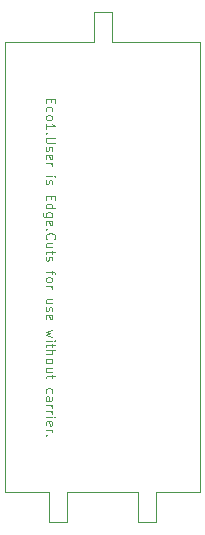
<source format=gbr>
G04 #@! TF.GenerationSoftware,KiCad,Pcbnew,5.1.9-73d0e3b20d~88~ubuntu20.10.1*
G04 #@! TF.CreationDate,2021-03-16T14:13:42-04:00*
G04 #@! TF.ProjectId,Molex78805_PCB,4d6f6c65-7837-4383-9830-355f5043422e,002*
G04 #@! TF.SameCoordinates,Original*
G04 #@! TF.FileFunction,Other,ECO1*
%FSLAX46Y46*%
G04 Gerber Fmt 4.6, Leading zero omitted, Abs format (unit mm)*
G04 Created by KiCad (PCBNEW 5.1.9-73d0e3b20d~88~ubuntu20.10.1) date 2021-03-16 14:13:42*
%MOMM*%
%LPD*%
G01*
G04 APERTURE LIST*
%ADD10C,0.010000*%
%ADD11C,0.050000*%
G04 APERTURE END LIST*
D10*
X146456400Y-80137000D02*
X146456400Y-77597000D01*
X146456400Y-77597000D02*
X147980400Y-77597000D01*
X147980400Y-77597000D02*
X147980400Y-80137000D01*
X142659100Y-118237000D02*
X142659100Y-120777000D01*
X142659100Y-120777000D02*
X144183100Y-120777000D01*
X144183100Y-120777000D02*
X144183100Y-118237000D01*
X151777700Y-118237000D02*
X151777700Y-120777000D01*
X151777700Y-120777000D02*
X150253700Y-120777000D01*
X150253700Y-120777000D02*
X150253700Y-118237000D01*
X150253700Y-118237000D02*
X144183100Y-118237000D01*
X138958400Y-118237000D02*
X138958400Y-80137000D01*
X155478400Y-118237000D02*
X155478400Y-80137000D01*
X138958400Y-80137000D02*
X146456400Y-80137000D01*
X147980400Y-80137000D02*
X155478400Y-80137000D01*
X138958400Y-118237000D02*
X142659100Y-118237000D01*
X151777700Y-118237000D02*
X155478400Y-118237000D01*
D11*
X142830542Y-84939380D02*
X142830542Y-85206047D01*
X142411495Y-85320333D02*
X142411495Y-84939380D01*
X143211495Y-84939380D01*
X143211495Y-85320333D01*
X142449590Y-86006047D02*
X142411495Y-85929857D01*
X142411495Y-85777476D01*
X142449590Y-85701285D01*
X142487685Y-85663190D01*
X142563876Y-85625095D01*
X142792447Y-85625095D01*
X142868638Y-85663190D01*
X142906733Y-85701285D01*
X142944828Y-85777476D01*
X142944828Y-85929857D01*
X142906733Y-86006047D01*
X142411495Y-86463190D02*
X142449590Y-86387000D01*
X142487685Y-86348904D01*
X142563876Y-86310809D01*
X142792447Y-86310809D01*
X142868638Y-86348904D01*
X142906733Y-86387000D01*
X142944828Y-86463190D01*
X142944828Y-86577476D01*
X142906733Y-86653666D01*
X142868638Y-86691761D01*
X142792447Y-86729857D01*
X142563876Y-86729857D01*
X142487685Y-86691761D01*
X142449590Y-86653666D01*
X142411495Y-86577476D01*
X142411495Y-86463190D01*
X142411495Y-87491761D02*
X142411495Y-87034619D01*
X142411495Y-87263190D02*
X143211495Y-87263190D01*
X143097209Y-87187000D01*
X143021019Y-87110809D01*
X142982923Y-87034619D01*
X142487685Y-87834619D02*
X142449590Y-87872714D01*
X142411495Y-87834619D01*
X142449590Y-87796523D01*
X142487685Y-87834619D01*
X142411495Y-87834619D01*
X143211495Y-88215571D02*
X142563876Y-88215571D01*
X142487685Y-88253666D01*
X142449590Y-88291761D01*
X142411495Y-88367952D01*
X142411495Y-88520333D01*
X142449590Y-88596523D01*
X142487685Y-88634619D01*
X142563876Y-88672714D01*
X143211495Y-88672714D01*
X142449590Y-89015571D02*
X142411495Y-89091761D01*
X142411495Y-89244142D01*
X142449590Y-89320333D01*
X142525780Y-89358428D01*
X142563876Y-89358428D01*
X142640066Y-89320333D01*
X142678161Y-89244142D01*
X142678161Y-89129857D01*
X142716257Y-89053666D01*
X142792447Y-89015571D01*
X142830542Y-89015571D01*
X142906733Y-89053666D01*
X142944828Y-89129857D01*
X142944828Y-89244142D01*
X142906733Y-89320333D01*
X142449590Y-90006047D02*
X142411495Y-89929857D01*
X142411495Y-89777476D01*
X142449590Y-89701285D01*
X142525780Y-89663190D01*
X142830542Y-89663190D01*
X142906733Y-89701285D01*
X142944828Y-89777476D01*
X142944828Y-89929857D01*
X142906733Y-90006047D01*
X142830542Y-90044142D01*
X142754352Y-90044142D01*
X142678161Y-89663190D01*
X142411495Y-90387000D02*
X142944828Y-90387000D01*
X142792447Y-90387000D02*
X142868638Y-90425095D01*
X142906733Y-90463190D01*
X142944828Y-90539380D01*
X142944828Y-90615571D01*
X142411495Y-91491761D02*
X142944828Y-91491761D01*
X143211495Y-91491761D02*
X143173400Y-91453666D01*
X143135304Y-91491761D01*
X143173400Y-91529857D01*
X143211495Y-91491761D01*
X143135304Y-91491761D01*
X142449590Y-91834619D02*
X142411495Y-91910809D01*
X142411495Y-92063190D01*
X142449590Y-92139380D01*
X142525780Y-92177476D01*
X142563876Y-92177476D01*
X142640066Y-92139380D01*
X142678161Y-92063190D01*
X142678161Y-91948904D01*
X142716257Y-91872714D01*
X142792447Y-91834619D01*
X142830542Y-91834619D01*
X142906733Y-91872714D01*
X142944828Y-91948904D01*
X142944828Y-92063190D01*
X142906733Y-92139380D01*
X142830542Y-93129857D02*
X142830542Y-93396523D01*
X142411495Y-93510809D02*
X142411495Y-93129857D01*
X143211495Y-93129857D01*
X143211495Y-93510809D01*
X142411495Y-94196523D02*
X143211495Y-94196523D01*
X142449590Y-94196523D02*
X142411495Y-94120333D01*
X142411495Y-93967952D01*
X142449590Y-93891761D01*
X142487685Y-93853666D01*
X142563876Y-93815571D01*
X142792447Y-93815571D01*
X142868638Y-93853666D01*
X142906733Y-93891761D01*
X142944828Y-93967952D01*
X142944828Y-94120333D01*
X142906733Y-94196523D01*
X142944828Y-94920333D02*
X142297209Y-94920333D01*
X142221019Y-94882238D01*
X142182923Y-94844142D01*
X142144828Y-94767952D01*
X142144828Y-94653666D01*
X142182923Y-94577476D01*
X142449590Y-94920333D02*
X142411495Y-94844142D01*
X142411495Y-94691761D01*
X142449590Y-94615571D01*
X142487685Y-94577476D01*
X142563876Y-94539380D01*
X142792447Y-94539380D01*
X142868638Y-94577476D01*
X142906733Y-94615571D01*
X142944828Y-94691761D01*
X142944828Y-94844142D01*
X142906733Y-94920333D01*
X142449590Y-95606047D02*
X142411495Y-95529857D01*
X142411495Y-95377476D01*
X142449590Y-95301285D01*
X142525780Y-95263190D01*
X142830542Y-95263190D01*
X142906733Y-95301285D01*
X142944828Y-95377476D01*
X142944828Y-95529857D01*
X142906733Y-95606047D01*
X142830542Y-95644142D01*
X142754352Y-95644142D01*
X142678161Y-95263190D01*
X142487685Y-95987000D02*
X142449590Y-96025095D01*
X142411495Y-95987000D01*
X142449590Y-95948904D01*
X142487685Y-95987000D01*
X142411495Y-95987000D01*
X142487685Y-96825095D02*
X142449590Y-96787000D01*
X142411495Y-96672714D01*
X142411495Y-96596523D01*
X142449590Y-96482238D01*
X142525780Y-96406047D01*
X142601971Y-96367952D01*
X142754352Y-96329857D01*
X142868638Y-96329857D01*
X143021019Y-96367952D01*
X143097209Y-96406047D01*
X143173400Y-96482238D01*
X143211495Y-96596523D01*
X143211495Y-96672714D01*
X143173400Y-96787000D01*
X143135304Y-96825095D01*
X142944828Y-97510809D02*
X142411495Y-97510809D01*
X142944828Y-97167952D02*
X142525780Y-97167952D01*
X142449590Y-97206047D01*
X142411495Y-97282238D01*
X142411495Y-97396523D01*
X142449590Y-97472714D01*
X142487685Y-97510809D01*
X142944828Y-97777476D02*
X142944828Y-98082238D01*
X143211495Y-97891761D02*
X142525780Y-97891761D01*
X142449590Y-97929857D01*
X142411495Y-98006047D01*
X142411495Y-98082238D01*
X142449590Y-98310809D02*
X142411495Y-98387000D01*
X142411495Y-98539380D01*
X142449590Y-98615571D01*
X142525780Y-98653666D01*
X142563876Y-98653666D01*
X142640066Y-98615571D01*
X142678161Y-98539380D01*
X142678161Y-98425095D01*
X142716257Y-98348904D01*
X142792447Y-98310809D01*
X142830542Y-98310809D01*
X142906733Y-98348904D01*
X142944828Y-98425095D01*
X142944828Y-98539380D01*
X142906733Y-98615571D01*
X142944828Y-99491761D02*
X142944828Y-99796523D01*
X142411495Y-99606047D02*
X143097209Y-99606047D01*
X143173400Y-99644142D01*
X143211495Y-99720333D01*
X143211495Y-99796523D01*
X142411495Y-100177476D02*
X142449590Y-100101285D01*
X142487685Y-100063190D01*
X142563876Y-100025095D01*
X142792447Y-100025095D01*
X142868638Y-100063190D01*
X142906733Y-100101285D01*
X142944828Y-100177476D01*
X142944828Y-100291761D01*
X142906733Y-100367952D01*
X142868638Y-100406047D01*
X142792447Y-100444142D01*
X142563876Y-100444142D01*
X142487685Y-100406047D01*
X142449590Y-100367952D01*
X142411495Y-100291761D01*
X142411495Y-100177476D01*
X142411495Y-100787000D02*
X142944828Y-100787000D01*
X142792447Y-100787000D02*
X142868638Y-100825095D01*
X142906733Y-100863190D01*
X142944828Y-100939380D01*
X142944828Y-101015571D01*
X142944828Y-102234619D02*
X142411495Y-102234619D01*
X142944828Y-101891761D02*
X142525780Y-101891761D01*
X142449590Y-101929857D01*
X142411495Y-102006047D01*
X142411495Y-102120333D01*
X142449590Y-102196523D01*
X142487685Y-102234619D01*
X142449590Y-102577476D02*
X142411495Y-102653666D01*
X142411495Y-102806047D01*
X142449590Y-102882238D01*
X142525780Y-102920333D01*
X142563876Y-102920333D01*
X142640066Y-102882238D01*
X142678161Y-102806047D01*
X142678161Y-102691761D01*
X142716257Y-102615571D01*
X142792447Y-102577476D01*
X142830542Y-102577476D01*
X142906733Y-102615571D01*
X142944828Y-102691761D01*
X142944828Y-102806047D01*
X142906733Y-102882238D01*
X142449590Y-103567952D02*
X142411495Y-103491761D01*
X142411495Y-103339380D01*
X142449590Y-103263190D01*
X142525780Y-103225095D01*
X142830542Y-103225095D01*
X142906733Y-103263190D01*
X142944828Y-103339380D01*
X142944828Y-103491761D01*
X142906733Y-103567952D01*
X142830542Y-103606047D01*
X142754352Y-103606047D01*
X142678161Y-103225095D01*
X142944828Y-104482238D02*
X142411495Y-104634619D01*
X142792447Y-104787000D01*
X142411495Y-104939380D01*
X142944828Y-105091761D01*
X142411495Y-105396523D02*
X142944828Y-105396523D01*
X143211495Y-105396523D02*
X143173400Y-105358428D01*
X143135304Y-105396523D01*
X143173400Y-105434619D01*
X143211495Y-105396523D01*
X143135304Y-105396523D01*
X142944828Y-105663190D02*
X142944828Y-105967952D01*
X143211495Y-105777476D02*
X142525780Y-105777476D01*
X142449590Y-105815571D01*
X142411495Y-105891761D01*
X142411495Y-105967952D01*
X142411495Y-106234619D02*
X143211495Y-106234619D01*
X142411495Y-106577476D02*
X142830542Y-106577476D01*
X142906733Y-106539380D01*
X142944828Y-106463190D01*
X142944828Y-106348904D01*
X142906733Y-106272714D01*
X142868638Y-106234619D01*
X142411495Y-107072714D02*
X142449590Y-106996523D01*
X142487685Y-106958428D01*
X142563876Y-106920333D01*
X142792447Y-106920333D01*
X142868638Y-106958428D01*
X142906733Y-106996523D01*
X142944828Y-107072714D01*
X142944828Y-107187000D01*
X142906733Y-107263190D01*
X142868638Y-107301285D01*
X142792447Y-107339380D01*
X142563876Y-107339380D01*
X142487685Y-107301285D01*
X142449590Y-107263190D01*
X142411495Y-107187000D01*
X142411495Y-107072714D01*
X142944828Y-108025095D02*
X142411495Y-108025095D01*
X142944828Y-107682238D02*
X142525780Y-107682238D01*
X142449590Y-107720333D01*
X142411495Y-107796523D01*
X142411495Y-107910809D01*
X142449590Y-107987000D01*
X142487685Y-108025095D01*
X142944828Y-108291761D02*
X142944828Y-108596523D01*
X143211495Y-108406047D02*
X142525780Y-108406047D01*
X142449590Y-108444142D01*
X142411495Y-108520333D01*
X142411495Y-108596523D01*
X142449590Y-109815571D02*
X142411495Y-109739380D01*
X142411495Y-109587000D01*
X142449590Y-109510809D01*
X142487685Y-109472714D01*
X142563876Y-109434619D01*
X142792447Y-109434619D01*
X142868638Y-109472714D01*
X142906733Y-109510809D01*
X142944828Y-109587000D01*
X142944828Y-109739380D01*
X142906733Y-109815571D01*
X142411495Y-110501285D02*
X142830542Y-110501285D01*
X142906733Y-110463190D01*
X142944828Y-110387000D01*
X142944828Y-110234619D01*
X142906733Y-110158428D01*
X142449590Y-110501285D02*
X142411495Y-110425095D01*
X142411495Y-110234619D01*
X142449590Y-110158428D01*
X142525780Y-110120333D01*
X142601971Y-110120333D01*
X142678161Y-110158428D01*
X142716257Y-110234619D01*
X142716257Y-110425095D01*
X142754352Y-110501285D01*
X142411495Y-110882238D02*
X142944828Y-110882238D01*
X142792447Y-110882238D02*
X142868638Y-110920333D01*
X142906733Y-110958428D01*
X142944828Y-111034619D01*
X142944828Y-111110809D01*
X142411495Y-111377476D02*
X142944828Y-111377476D01*
X142792447Y-111377476D02*
X142868638Y-111415571D01*
X142906733Y-111453666D01*
X142944828Y-111529857D01*
X142944828Y-111606047D01*
X142411495Y-111872714D02*
X142944828Y-111872714D01*
X143211495Y-111872714D02*
X143173400Y-111834619D01*
X143135304Y-111872714D01*
X143173400Y-111910809D01*
X143211495Y-111872714D01*
X143135304Y-111872714D01*
X142449590Y-112558428D02*
X142411495Y-112482238D01*
X142411495Y-112329857D01*
X142449590Y-112253666D01*
X142525780Y-112215571D01*
X142830542Y-112215571D01*
X142906733Y-112253666D01*
X142944828Y-112329857D01*
X142944828Y-112482238D01*
X142906733Y-112558428D01*
X142830542Y-112596523D01*
X142754352Y-112596523D01*
X142678161Y-112215571D01*
X142411495Y-112939380D02*
X142944828Y-112939380D01*
X142792447Y-112939380D02*
X142868638Y-112977476D01*
X142906733Y-113015571D01*
X142944828Y-113091761D01*
X142944828Y-113167952D01*
X142487685Y-113434619D02*
X142449590Y-113472714D01*
X142411495Y-113434619D01*
X142449590Y-113396523D01*
X142487685Y-113434619D01*
X142411495Y-113434619D01*
M02*

</source>
